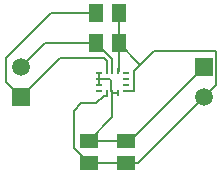
<source format=gbl>
G04 DipTrace 3.2.0.1*
G04 09342-01_gorabn6_0_10.gbl*
%MOIN*%
G04 #@! TF.FileFunction,Copper,L2,Bot*
G04 #@! TF.Part,Single*
G04 #@! TA.AperFunction,Conductor*
%ADD13C,0.006*%
G04 #@! TA.AperFunction,ComponentPad*
%ADD15R,0.059055X0.059055*%
%ADD16C,0.059055*%
%ADD17R,0.051181X0.059055*%
%ADD18R,0.059055X0.051181*%
%ADD20R,0.018701X0.009843*%
%ADD21R,0.009843X0.018701*%
%FSLAX26Y26*%
G04*
G70*
G90*
G75*
G01*
G04 Bottom*
%LPD*%
X795102Y754354D2*
D13*
X814787D1*
X795102D2*
Y673252D1*
X715850Y594000D1*
X840850D1*
X853941D1*
X1100201Y840260D1*
X749354Y819000D2*
Y799315D1*
Y779630D2*
Y799315D1*
X785535D1*
X790850Y794000D1*
Y758606D1*
X795102Y754354D1*
X840850Y759945D2*
X865850D1*
Y825391D1*
X887655Y847196D1*
X815850Y919000D1*
Y827228D1*
X814787Y826165D1*
X815654Y919000D2*
X815850D1*
X815654Y1019000D2*
Y919000D1*
X1100201Y740260D2*
X1140850Y780909D1*
Y894000D1*
X934459D1*
X887655Y847196D1*
X775417Y754354D2*
Y744000D1*
X765850D1*
X740850Y719000D1*
X690850D1*
X665850Y694000D1*
Y569197D1*
X715850Y519197D1*
X840850D1*
X879138D1*
X1100201Y740260D1*
X490004Y840260D2*
X568744Y919000D1*
X740850D1*
X795102Y826165D2*
Y864748D1*
X740850Y919000D1*
X490004Y740260D2*
X440850Y789413D1*
Y869000D1*
X590850Y1019000D1*
X740850D1*
X775417Y826165D2*
Y859433D1*
X765850Y869000D1*
X618744D1*
X490004Y740260D1*
D15*
D3*
D16*
Y840260D3*
D18*
X840850Y594000D3*
Y519197D3*
X715850Y594000D3*
Y519197D3*
D17*
X740850Y919000D3*
X815654D3*
X740850Y1019000D3*
X815654D3*
D20*
X840850Y819000D3*
Y799315D3*
Y779630D3*
Y759945D3*
X749354Y819000D3*
Y799315D3*
Y779630D3*
Y759945D3*
D21*
X775417Y826165D3*
X795102D3*
X814787D3*
X775417Y754354D3*
X795102D3*
X814787D3*
D15*
X1100201Y840260D3*
D16*
Y740260D3*
M02*

</source>
